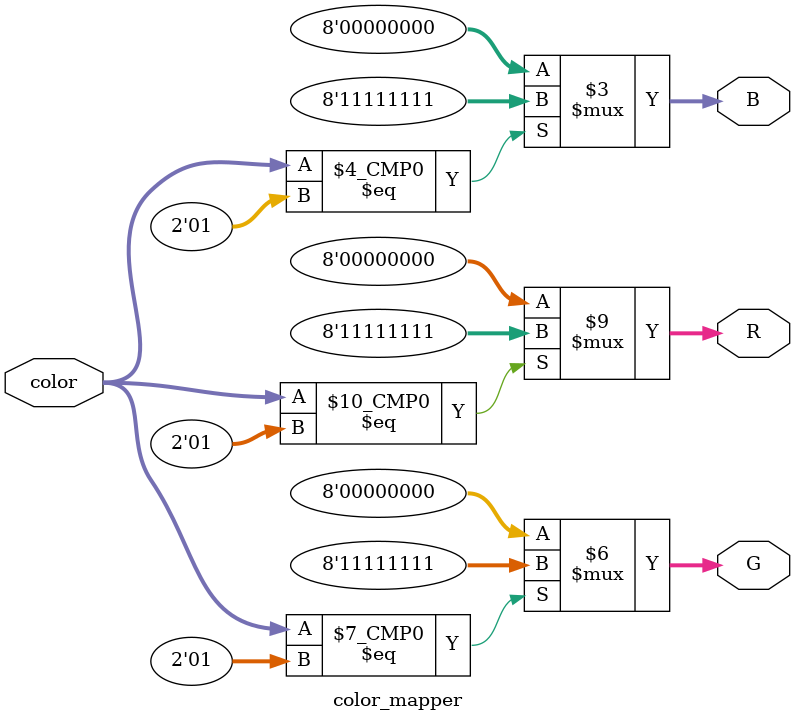
<source format=sv>
module color_mapper
(
    input logic [1:0] color,
    output logic [7:0] R, G, B
);

always_comb begin
    R = 8'h00;
    G = 8'h00;
    B = 8'h00;
    case(color)
        2'b00 : begin
            R = 8'h00;
            G = 8'h00;
            B = 8'h00;
        end
        2'b01 : begin
            R = 8'hff;
            G = 8'hff;
            B = 8'hff;
        end
        default: begin

        end
    endcase
end

/*
always_comb begin
    case(color)
        3'b000 : begin
            R = 8'h00;
            G = 8'h00;
            B = 8'h00;
        end
        3'b001 : begin
            R = 8'h00;
            G = 8'h00;
            B = 8'h00;
        end
        3'b010 : begin
            R = 8'hFF;
            G = 8'hFF;
            B = 8'hFF;
        end
        3'b011 : begin
            R = 8'h00;
            G = 8'h00;
            B = 8'h00;
        end
        3'b100 : begin
            R = 8'h00;
            G = 8'h00;
            B = 8'h00;
        end
        3'b101 : begin
            R = 8'h00;
            G = 8'h00;
            B = 8'h00;
        end
        3'b110 : begin
            R = 8'h00;
            G = 8'h00;
            B = 8'h00;
        end
        3'b111 : begin
            R = 8'h00;
            G = 8'h00;
            B = 8'h00;
        end
    endcase
end */

endmodule

</source>
